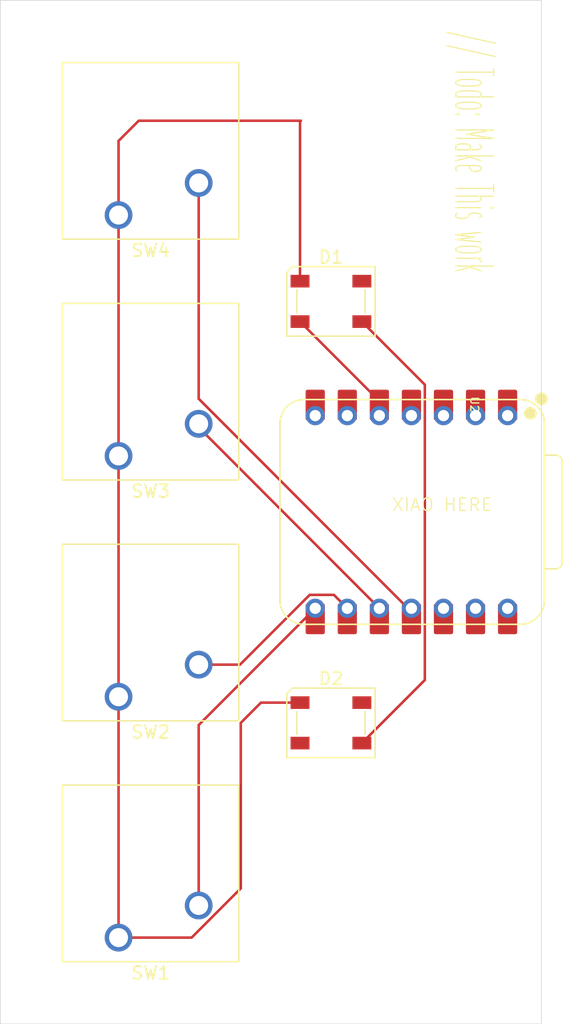
<source format=kicad_pcb>
(kicad_pcb (version 20241229) (generator "pcbnew") (generator_version "9.0")
  (layers (0 "F.Cu" signal) (2 "B.Cu" signal) (13 "F.Paste" user) (15 "B.Paste" user) (5 "F.SilkS" user "F.Silkscreen") (7 "B.SilkS" user "B.Silkscreen") (1 "F.Mask" user) (3 "B.Mask" user) (25 "Edge.Cuts" user))
  (net 0 "")
  (net 10 "+5V")
  (net 11 "GND")
  (net 13 "Net-(D1-DIN)")
  (net 16 "Net-(U2-GPIO1{slash}RX)")
  (net 17 "Net-(U2-GPIO2{slash}SCK)")
  (net 18 "Net-(U2-GPIO4{slash}MISO)")
  (net 19 "Net-(U2-GPIO3{slash}MOSI)")
  (footprint "LED_SMD:LED_SK6812_PLCC4_5.0x5.0mm_P3.2mm" (layer "F.Cu") (at 47.625 78.58125)
    (property "Reference" "D2" (at 0 -3.5 0) (layer "F.SilkS"))
    (property "Value" "SK6812")
    (fp_line (start -3.5 -2.3) (end -3.5 2.75) (stroke (width 0.12)) (layer "F.SilkS"))
    (fp_line (start -3.05 -2.75) (end -3.5 -2.3) (stroke (width 0.12)) (layer "F.SilkS"))
    (fp_line (start -2.7 -0.9) (end -2.7 0.9) (stroke (width 0.12)) (layer "F.SilkS"))
    (fp_line (start 2.7 -0.9) (end 2.7 0.9) (stroke (width 0.12)) (layer "F.SilkS"))
    (fp_line (start 3.5 -2.75) (end -3.05 -2.75) (stroke (width 0.12)) (layer "F.SilkS"))
    (fp_line (start 3.5 2.75) (end -3.5 2.75) (stroke (width 0.12)) (layer "F.SilkS"))
    (fp_line (start 3.5 2.75) (end 3.5 -2.75) (stroke (width 0.12)) (layer "F.SilkS"))
    (pad "1" smd rect (at -2.45 -1.6 180) (size 1.5 1) (layers "F.Cu" "F.Mask" "F.Paste") (net 11 "GND"))
    (pad "2" smd rect (at -2.45 1.6 180) (size 1.5 1) (layers "F.Cu" "F.Mask" "F.Paste"))
    (pad "3" smd rect (at 2.45 1.6 180) (size 1.5 1) (layers "F.Cu" "F.Mask" "F.Paste") (net 10 "+5V"))
    (pad "4" smd rect (at 2.45 -1.6 180) (size 1.5 1) (layers "F.Cu" "F.Mask" "F.Paste"))
  )
  (footprint "LED_SMD:LED_SK6812_PLCC4_5.0x5.0mm_P3.2mm" (layer "F.Cu") (at 47.625 45.24375)
    (property "Reference" "D1" (at 0 -3.5 0) (layer "F.SilkS"))
    (property "Value" "SK6812")
    (fp_line (start -3.5 -2.3) (end -3.5 2.75) (stroke (width 0.12)) (layer "F.SilkS"))
    (fp_line (start -3.05 -2.75) (end -3.5 -2.3) (stroke (width 0.12)) (layer "F.SilkS"))
    (fp_line (start -2.7 -0.9) (end -2.7 0.9) (stroke (width 0.12)) (layer "F.SilkS"))
    (fp_line (start 2.7 -0.9) (end 2.7 0.9) (stroke (width 0.12)) (layer "F.SilkS"))
    (fp_line (start 3.5 -2.75) (end -3.05 -2.75) (stroke (width 0.12)) (layer "F.SilkS"))
    (fp_line (start 3.5 2.75) (end -3.5 2.75) (stroke (width 0.12)) (layer "F.SilkS"))
    (fp_line (start 3.5 2.75) (end 3.5 -2.75) (stroke (width 0.12)) (layer "F.SilkS"))
    (pad "1" smd rect (at -2.45 -1.6 180) (size 1.5 1) (layers "F.Cu" "F.Mask" "F.Paste") (net 11 "GND"))
    (pad "2" smd rect (at -2.45 1.6 180) (size 1.5 1) (layers "F.Cu" "F.Mask" "F.Paste") (net 13 "Net-(D1-DIN)"))
    (pad "3" smd rect (at 2.45 1.6 180) (size 1.5 1) (layers "F.Cu" "F.Mask" "F.Paste") (net 10 "+5V"))
    (pad "4" smd rect (at 2.45 -1.6 180) (size 1.5 1) (layers "F.Cu" "F.Mask" "F.Paste"))
  )
  (footprint "Button_Switch_Keyboard:SW_Cherry_MX_1.00u_PCB" (layer "F.Cu") (at 30.7975 57.4675 180)
    (property "Reference" "SW3" (at -2.54 -2.794 0) (layer "F.SilkS"))
    (property "Value" "SW_Push")
    (fp_line (start 4.445 12.065) (end -9.525 12.065) (stroke (width 0.12)) (layer "F.SilkS"))
    (fp_line (start 4.445 -1.905) (end 4.445 12.065) (stroke (width 0.12)) (layer "F.SilkS"))
    (fp_line (start -9.525 12.065) (end -9.525 -1.905) (stroke (width 0.12)) (layer "F.SilkS"))
    (fp_line (start -9.525 -1.905) (end 4.445 -1.905) (stroke (width 0.12)) (layer "F.SilkS"))
    (pad "" np_thru_hole circle (at -7.62 5.08 180) (size 1.7 1.7) (drill 1.7) (layers "*.Cu" "*.Mask"))
    (pad "" np_thru_hole circle (at -2.54 5.08 180) (size 4 4) (drill 4) (layers "*.Cu" "*.Mask"))
    (pad "" np_thru_hole circle (at 2.54 5.08 180) (size 1.7 1.7) (drill 1.7) (layers "*.Cu" "*.Mask"))
    (pad "1" thru_hole circle (at 0 0 180) (size 2.2 2.2) (drill 1.5) (layers "*.Cu" "*.Mask") (net 11 "GND"))
    (pad "2" thru_hole circle (at -6.35 2.54 180) (size 2.2 2.2) (drill 1.5) (layers "*.Cu" "*.Mask") (net 18 "Net-(U2-GPIO4{slash}MISO)"))
  )
  (footprint "Button_Switch_Keyboard:SW_Cherry_MX_1.00u_PCB" (layer "F.Cu") (at 30.7975 95.5675 180)
    (property "Reference" "SW1" (at -2.54 -2.794 0) (layer "F.SilkS"))
    (property "Value" "SW_Push")
    (fp_line (start 4.445 12.065) (end -9.525 12.065) (stroke (width 0.12)) (layer "F.SilkS"))
    (fp_line (start 4.445 -1.905) (end 4.445 12.065) (stroke (width 0.12)) (layer "F.SilkS"))
    (fp_line (start -9.525 12.065) (end -9.525 -1.905) (stroke (width 0.12)) (layer "F.SilkS"))
    (fp_line (start -9.525 -1.905) (end 4.445 -1.905) (stroke (width 0.12)) (layer "F.SilkS"))
    (pad "" np_thru_hole circle (at -7.62 5.08 180) (size 1.7 1.7) (drill 1.7) (layers "*.Cu" "*.Mask"))
    (pad "" np_thru_hole circle (at -2.54 5.08 180) (size 4 4) (drill 4) (layers "*.Cu" "*.Mask"))
    (pad "" np_thru_hole circle (at 2.54 5.08 180) (size 1.7 1.7) (drill 1.7) (layers "*.Cu" "*.Mask"))
    (pad "1" thru_hole circle (at 0 0 180) (size 2.2 2.2) (drill 1.5) (layers "*.Cu" "*.Mask") (net 11 "GND"))
    (pad "2" thru_hole circle (at -6.35 2.54 180) (size 2.2 2.2) (drill 1.5) (layers "*.Cu" "*.Mask") (net 16 "Net-(U2-GPIO1{slash}RX)"))
  )
  (footprint "OPL:XIAO-RP2040-DIP" (layer "F.Cu") (at 54 61.9 -90)
    (property "Reference" "U2" (at -8.5 -4.99375 270) (layer "F.SilkS") (effects (font (size 0.635 0.635) (thickness 0.1016))))
    (property "Value" "XIAO-RP2040-DIP")
    (fp_line (start -6.985 10.414) (end 6.985 10.414) (stroke (width 0.127)) (layer "F.SilkS"))
    (fp_line (start -8.89 8.509) (end -8.89 -8.636) (stroke (width 0.127)) (layer "F.SilkS"))
    (fp_line (start 8.89 8.509) (end 8.89 -8.636) (stroke (width 0.127)) (layer "F.SilkS"))
    (fp_line (start -4.495 -10.541) (end -4.491272 -11.451272) (stroke (width 0.127)) (layer "F.SilkS"))
    (fp_line (start 6.985 -10.541) (end -6.985 -10.541) (stroke (width 0.1)) (layer "F.SilkS"))
    (fp_line (start 6.985 -10.541) (end -6.985 -10.541) (stroke (width 0.127)) (layer "F.SilkS"))
    (fp_line (start 4.504 -11.451) (end 4.504 -10.541) (stroke (width 0.127)) (layer "F.SilkS"))
    (fp_line (start -3.991272 -11.951) (end 4.004 -11.951) (stroke (width 0.127)) (layer "F.SilkS"))
    (fp_arc (start -6.985 10.414) (mid -8.332038 9.856038) (end -8.89 8.509) (stroke (width 0.127)) (layer "F.SilkS"))
    (fp_arc (start 8.89 8.509) (mid 8.332038 9.856038) (end 6.985 10.414) (stroke (width 0.127)) (layer "F.SilkS"))
    (fp_arc (start -8.89 -8.636) (mid -8.332038 -9.983038) (end -6.985 -10.541) (stroke (width 0.127)) (layer "F.SilkS"))
    (fp_arc (start 6.985 -10.541) (mid 8.332038 -9.983038) (end 8.89 -8.636) (stroke (width 0.127)) (layer "F.SilkS"))
    (fp_arc (start -4.491272 -11.451272) (mid -4.344728 -11.80464) (end -3.991272 -11.951) (stroke (width 0.127)) (layer "F.SilkS"))
    (fp_arc (start 4.004 -11.951) (mid 4.357553 -11.804553) (end 4.504 -11.451) (stroke (width 0.127)) (layer "F.SilkS"))
    (fp_circle (center -7.807 -9.42) (end -7.807 -9.674) (stroke (width 0.5)) (fill yes) (layer "F.SilkS"))
    (fp_circle (center -8.95 -10.3) (end -8.95 -10.554) (stroke (width 0.5)) (fill yes) (layer "F.SilkS"))
    (pad "1" smd roundrect (at -8.455 -7.62 90) (size 2.432 1.524) (layers "F.Cu" "F.Mask") (roundrect_rratio 0.1))
    (pad "1" thru_hole circle (at -7.62 -7.62 90) (size 1.524 1.524) (drill 0.889) (layers "*.Cu" "*.Mask"))
    (pad "2" smd roundrect (at -8.455 -5.08 90) (size 2.432 1.524) (layers "F.Cu" "F.Mask") (roundrect_rratio 0.1))
    (pad "2" thru_hole circle (at -7.62 -5.08 90) (size 1.524 1.524) (drill 0.889) (layers "*.Cu" "*.Mask"))
    (pad "3" smd roundrect (at -8.455 -2.54 90) (size 2.432 1.524) (layers "F.Cu" "F.Mask") (roundrect_rratio 0.1))
    (pad "3" thru_hole circle (at -7.62 -2.54 90) (size 1.524 1.524) (drill 0.889) (layers "*.Cu" "*.Mask"))
    (pad "4" smd roundrect (at -8.455 0 90) (size 2.432 1.524) (layers "F.Cu" "F.Mask") (roundrect_rratio 0.1))
    (pad "4" thru_hole circle (at -7.62 0 90) (size 1.524 1.524) (drill 0.889) (layers "*.Cu" "*.Mask"))
    (pad "5" smd roundrect (at -8.455 2.54 90) (size 2.432 1.524) (layers "F.Cu" "F.Mask") (roundrect_rratio 0.1) (net 13 "Net-(D1-DIN)"))
    (pad "5" thru_hole circle (at -7.62 2.54 90) (size 1.524 1.524) (drill 0.889) (layers "*.Cu" "*.Mask") (net 13 "Net-(D1-DIN)"))
    (pad "6" smd roundrect (at -8.455 5.08 90) (size 2.432 1.524) (layers "F.Cu" "F.Mask") (roundrect_rratio 0.1))
    (pad "6" thru_hole circle (at -7.62 5.08 90) (size 1.524 1.524) (drill 0.889) (layers "*.Cu" "*.Mask"))
    (pad "7" smd roundrect (at -8.455 7.62 90) (size 2.432 1.524) (layers "F.Cu" "F.Mask") (roundrect_rratio 0.1))
    (pad "7" thru_hole circle (at -7.62 7.62 90) (size 1.524 1.524) (drill 0.889) (layers "*.Cu" "*.Mask"))
    (pad "8" thru_hole circle (at 7.62 7.62 270) (size 1.524 1.524) (drill 0.889) (layers "*.Cu" "*.Mask") (net 16 "Net-(U2-GPIO1{slash}RX)"))
    (pad "8" smd roundrect (at 8.455 7.62 270) (size 2.432 1.524) (layers "F.Cu" "F.Mask") (roundrect_rratio 0.1) (net 16 "Net-(U2-GPIO1{slash}RX)"))
    (pad "9" thru_hole circle (at 7.62 5.08 270) (size 1.524 1.524) (drill 0.889) (layers "*.Cu" "*.Mask") (net 17 "Net-(U2-GPIO2{slash}SCK)"))
    (pad "9" smd roundrect (at 8.455 5.08 270) (size 2.432 1.524) (layers "F.Cu" "F.Mask") (roundrect_rratio 0.1) (net 17 "Net-(U2-GPIO2{slash}SCK)"))
    (pad "10" thru_hole circle (at 7.62 2.54 270) (size 1.524 1.524) (drill 0.889) (layers "*.Cu" "*.Mask") (net 18 "Net-(U2-GPIO4{slash}MISO)"))
    (pad "10" smd roundrect (at 8.455 2.54 270) (size 2.432 1.524) (layers "F.Cu" "F.Mask") (roundrect_rratio 0.1) (net 18 "Net-(U2-GPIO4{slash}MISO)"))
    (pad "11" thru_hole circle (at 7.62 0 270) (size 1.524 1.524) (drill 0.889) (layers "*.Cu" "*.Mask") (net 19 "Net-(U2-GPIO3{slash}MOSI)"))
    (pad "11" smd roundrect (at 8.455 0 270) (size 2.432 1.524) (layers "F.Cu" "F.Mask") (roundrect_rratio 0.1) (net 19 "Net-(U2-GPIO3{slash}MOSI)"))
    (pad "12" thru_hole circle (at 7.62 -2.54 270) (size 1.524 1.524) (drill 0.889) (layers "*.Cu" "*.Mask"))
    (pad "12" smd roundrect (at 8.455 -2.54 270) (size 2.432 1.524) (layers "F.Cu" "F.Mask") (roundrect_rratio 0.1))
    (pad "13" thru_hole circle (at 7.62 -5.08 270) (size 1.524 1.524) (drill 0.889) (layers "*.Cu" "*.Mask"))
    (pad "13" smd roundrect (at 8.455 -5.08 270) (size 2.432 1.524) (layers "F.Cu" "F.Mask") (roundrect_rratio 0.1))
    (pad "14" thru_hole circle (at 7.62 -7.62 270) (size 1.524 1.524) (drill 0.889) (layers "*.Cu" "*.Mask"))
    (pad "14" smd roundrect (at 8.455 -7.62 270) (size 2.432 1.524) (layers "F.Cu" "F.Mask") (roundrect_rratio 0.1))
  )
  (footprint "Button_Switch_Keyboard:SW_Cherry_MX_1.00u_PCB" (layer "F.Cu") (at 30.7975 76.5175 180)
    (property "Reference" "SW2" (at -2.54 -2.794 0) (layer "F.SilkS"))
    (property "Value" "SW_Push")
    (fp_line (start 4.445 12.065) (end -9.525 12.065) (stroke (width 0.12)) (layer "F.SilkS"))
    (fp_line (start 4.445 -1.905) (end 4.445 12.065) (stroke (width 0.12)) (layer "F.SilkS"))
    (fp_line (start -9.525 12.065) (end -9.525 -1.905) (stroke (width 0.12)) (layer "F.SilkS"))
    (fp_line (start -9.525 -1.905) (end 4.445 -1.905) (stroke (width 0.12)) (layer "F.SilkS"))
    (pad "" np_thru_hole circle (at -7.62 5.08 180) (size 1.7 1.7) (drill 1.7) (layers "*.Cu" "*.Mask"))
    (pad "" np_thru_hole circle (at -2.54 5.08 180) (size 4 4) (drill 4) (layers "*.Cu" "*.Mask"))
    (pad "" np_thru_hole circle (at 2.54 5.08 180) (size 1.7 1.7) (drill 1.7) (layers "*.Cu" "*.Mask"))
    (pad "1" thru_hole circle (at 0 0 180) (size 2.2 2.2) (drill 1.5) (layers "*.Cu" "*.Mask") (net 11 "GND"))
    (pad "2" thru_hole circle (at -6.35 2.54 180) (size 2.2 2.2) (drill 1.5) (layers "*.Cu" "*.Mask") (net 17 "Net-(U2-GPIO2{slash}SCK)"))
  )
  (footprint "Button_Switch_Keyboard:SW_Cherry_MX_1.00u_PCB" (layer "F.Cu") (at 30.7975 38.4175 180)
    (property "Reference" "SW4" (at -2.54 -2.794 0) (layer "F.SilkS"))
    (property "Value" "SW_Push")
    (fp_line (start 4.445 12.065) (end -9.525 12.065) (stroke (width 0.12)) (layer "F.SilkS"))
    (fp_line (start 4.445 -1.905) (end 4.445 12.065) (stroke (width 0.12)) (layer "F.SilkS"))
    (fp_line (start -9.525 12.065) (end -9.525 -1.905) (stroke (width 0.12)) (layer "F.SilkS"))
    (fp_line (start -9.525 -1.905) (end 4.445 -1.905) (stroke (width 0.12)) (layer "F.SilkS"))
    (pad "" np_thru_hole circle (at -7.62 5.08 180) (size 1.7 1.7) (drill 1.7) (layers "*.Cu" "*.Mask"))
    (pad "" np_thru_hole circle (at -2.54 5.08 180) (size 4 4) (drill 4) (layers "*.Cu" "*.Mask"))
    (pad "" np_thru_hole circle (at 2.54 5.08 180) (size 1.7 1.7) (drill 1.7) (layers "*.Cu" "*.Mask"))
    (pad "1" thru_hole circle (at 0 0 180) (size 2.2 2.2) (drill 1.5) (layers "*.Cu" "*.Mask") (net 11 "GND"))
    (pad "2" thru_hole circle (at -6.35 2.54 180) (size 2.2 2.2) (drill 1.5) (layers "*.Cu" "*.Mask") (net 19 "Net-(U2-GPIO3{slash}MOSI)"))
  )
  (gr_rect (start 21.43125 21.43125) (end 64.29375 102.39375) (stroke (width 0.05)) (fill no) (layer "Edge.Cuts"))
  (gr_text "// Todo: Make This work " (at 57.15 23.8125 270) (layer "F.SilkS") (effects (font (size 3 1) (thickness 0.1)) (justify left bottom)))
  (gr_text "XIAO HERE" (at 52.3875 61.9125 0) (layer "F.SilkS") (effects (font (size 1 1) (thickness 0.1)) (justify left bottom)))
  (segment (start 55.063 51.83175) (end 50.075 46.84375) (width 0.2) (layer "F.Cu") (net 10))
  (segment (start 50.075 80.18125) (end 55.063 75.19325) (width 0.2) (layer "F.Cu") (net 10))
  (segment (start 55.063 75.19325) (end 55.063 51.83175) (width 0.2) (layer "F.Cu") (net 10))
  (segment (start 42.08125 76.98125) (end 45.175 76.98125) (width 0.2) (layer "F.Cu") (net 11))
  (segment (start 30.7975 38.4175) (end 30.7975 57.4675) (width 0.2) (layer "F.Cu") (net 11))
  (segment (start 30.7975 38.4175) (end 30.7975 32.552684) (width 0.2) (layer "F.Cu") (net 11))
  (segment (start 45.24375 30.95625) (end 45.175 31.025) (width 0.2) (layer "F.Cu") (net 11))
  (segment (start 40.48125 78.58125) (end 42.08125 76.98125) (width 0.2) (layer "F.Cu") (net 11))
  (segment (start 30.7975 95.5675) (end 36.588814 95.5675) (width 0.2) (layer "F.Cu") (net 11))
  (segment (start 32.393934 30.95625) (end 45.24375 30.95625) (width 0.2) (layer "F.Cu") (net 11))
  (segment (start 30.7975 32.552684) (end 32.393934 30.95625) (width 0.2) (layer "F.Cu") (net 11))
  (segment (start 40.48125 91.675064) (end 40.48125 78.58125) (width 0.2) (layer "F.Cu") (net 11))
  (segment (start 36.588814 95.5675) (end 40.48125 91.675064) (width 0.2) (layer "F.Cu") (net 11))
  (segment (start 30.7975 57.4675) (end 30.7975 76.5175) (width 0.2) (layer "F.Cu") (net 11))
  (segment (start 45.175 31.025) (end 45.175 43.64375) (width 0.2) (layer "F.Cu") (net 11))
  (segment (start 30.7975 95.5675) (end 30.7975 76.5175) (width 0.2) (layer "F.Cu") (net 11))
  (segment (start 51.46 53.12875) (end 51.46 54.28) (width 0.2) (layer "F.Cu") (net 13))
  (segment (start 45.175 46.84375) (end 51.46 53.12875) (width 0.2) (layer "F.Cu") (net 13))
  (segment (start 37.1475 78.7525) (end 46.38 69.52) (width 0.2) (layer "F.Cu") (net 16))
  (segment (start 37.1475 93.0275) (end 37.1475 78.7525) (width 0.2) (layer "F.Cu") (net 16))
  (segment (start 40.41919 73.9775) (end 45.93969 68.457) (width 0.2) (layer "F.Cu") (net 17))
  (segment (start 47.857 68.457) (end 48.92 69.52) (width 0.2) (layer "F.Cu") (net 17))
  (segment (start 37.1475 73.9775) (end 40.41919 73.9775) (width 0.2) (layer "F.Cu") (net 17))
  (segment (start 45.93969 68.457) (end 47.857 68.457) (width 0.2) (layer "F.Cu") (net 17))
  (segment (start 37.1475 54.9275) (end 37.1475 55.2075) (width 0.2) (layer "F.Cu") (net 18))
  (segment (start 37.1475 55.2075) (end 51.46 69.52) (width 0.2) (layer "F.Cu") (net 18))
  (segment (start 53.721314 69.52) (end 54 69.52) (width 0.2) (layer "F.Cu") (net 19))
  (segment (start 37.1475 52.946186) (end 53.721314 69.52) (width 0.2) (layer "F.Cu") (net 19))
  (segment (start 37.1475 35.8775) (end 37.1475 52.946186) (width 0.2) (layer "F.Cu") (net 19))
)
</source>
